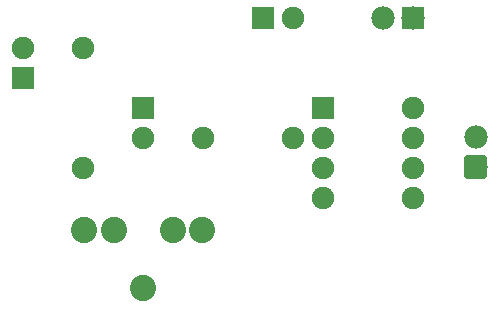
<source format=gbl>
G04 MADE WITH FRITZING*
G04 WWW.FRITZING.ORG*
G04 DOUBLE SIDED*
G04 HOLES PLATED*
G04 CONTOUR ON CENTER OF CONTOUR VECTOR*
%ASAXBY*%
%FSLAX23Y23*%
%MOIN*%
%OFA0B0*%
%SFA1.0B1.0*%
%ADD10C,0.075000*%
%ADD11C,0.087695*%
%ADD12C,0.087722*%
%ADD13C,0.078000*%
%ADD14R,0.075000X0.075000*%
%ADD15R,0.078000X0.078000*%
%ADD16C,0.020000*%
%LNCOPPER0*%
G90*
G70*
G54D10*
X1217Y1204D03*
X1517Y1204D03*
X1217Y1104D03*
X1517Y1104D03*
X1217Y1004D03*
X1517Y1004D03*
X1217Y904D03*
X1517Y904D03*
G54D11*
X617Y604D03*
G54D12*
X420Y800D03*
X519Y800D03*
G54D11*
X715Y800D03*
G54D12*
X814Y800D03*
G54D13*
X1725Y1009D03*
X1725Y1109D03*
G54D10*
X217Y1304D03*
X217Y1404D03*
X1017Y1504D03*
X1117Y1504D03*
X617Y1204D03*
X617Y1104D03*
X417Y1004D03*
X417Y1404D03*
X817Y1104D03*
X1117Y1104D03*
G54D13*
X1517Y1504D03*
X1417Y1504D03*
G54D14*
X1217Y1204D03*
X217Y1304D03*
X1017Y1504D03*
X617Y1204D03*
G54D15*
X1517Y1504D03*
G54D16*
X1696Y980D02*
X1696Y1038D01*
X1754Y1038D01*
X1754Y980D01*
X1696Y980D01*
D02*
G04 End of Copper0*
M02*
</source>
